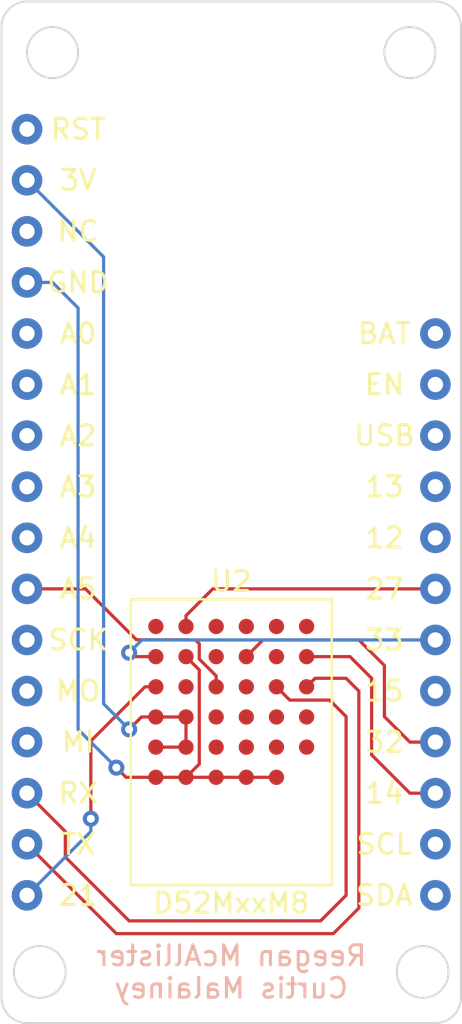
<source format=kicad_pcb>
(kicad_pcb (version 20171130) (host pcbnew "(5.0.2)-1")

  (general
    (thickness 1.6)
    (drawings 13)
    (tracks 82)
    (zones 0)
    (modules 2)
    (nets 46)
  )

  (page A4)
  (layers
    (0 F.Cu signal)
    (31 B.Cu signal)
    (32 B.Adhes user)
    (33 F.Adhes user)
    (34 B.Paste user)
    (35 F.Paste user)
    (36 B.SilkS user)
    (37 F.SilkS user)
    (38 B.Mask user)
    (39 F.Mask user)
    (40 Dwgs.User user hide)
    (41 Cmts.User user)
    (42 Eco1.User user)
    (43 Eco2.User user)
    (44 Edge.Cuts user)
    (45 Margin user)
    (46 B.CrtYd user)
    (47 F.CrtYd user)
    (48 B.Fab user)
    (49 F.Fab user)
  )

  (setup
    (last_trace_width 0.16)
    (trace_clearance 0.2)
    (zone_clearance 0.508)
    (zone_45_only no)
    (trace_min 0.16)
    (segment_width 0.2)
    (edge_width 0.1)
    (via_size 0.8)
    (via_drill 0.4)
    (via_min_size 0.4)
    (via_min_drill 0.3)
    (uvia_size 0.3)
    (uvia_drill 0.1)
    (uvias_allowed no)
    (uvia_min_size 0.2)
    (uvia_min_drill 0.1)
    (pcb_text_width 0.3)
    (pcb_text_size 1.5 1.5)
    (mod_edge_width 0.15)
    (mod_text_size 1 1)
    (mod_text_width 0.15)
    (pad_size 1.5 1.5)
    (pad_drill 0.6)
    (pad_to_mask_clearance 0)
    (solder_mask_min_width 0.25)
    (aux_axis_origin 0 0)
    (visible_elements 7FFFFFFF)
    (pcbplotparams
      (layerselection 0x010fc_ffffffff)
      (usegerberextensions false)
      (usegerberattributes false)
      (usegerberadvancedattributes false)
      (creategerberjobfile false)
      (excludeedgelayer true)
      (linewidth 0.100000)
      (plotframeref false)
      (viasonmask false)
      (mode 1)
      (useauxorigin false)
      (hpglpennumber 1)
      (hpglpenspeed 20)
      (hpglpendiameter 15.000000)
      (psnegative false)
      (psa4output false)
      (plotreference true)
      (plotvalue true)
      (plotinvisibletext false)
      (padsonsilk false)
      (subtractmaskfromsilk false)
      (outputformat 1)
      (mirror false)
      (drillshape 0)
      (scaleselection 1)
      (outputdirectory "new3"))
  )

  (net 0 "")
  (net 1 "Net-(U1-Pad4)")
  (net 2 "Net-(U1-Pad5)")
  (net 3 "Net-(U1-Pad6)")
  (net 4 "Net-(U1-Pad8)")
  (net 5 "Net-(U1-Pad9)")
  (net 6 "Net-(U1-Pad10)")
  (net 7 "Net-(U1-Pad11)")
  (net 8 "Net-(U1-Pad12)")
  (net 9 "Net-(U1-Pad14)")
  (net 10 "Net-(U1-Pad16)")
  (net 11 "Net-(U1-Pad17)")
  (net 12 "Net-(U1-Pad18)")
  (net 13 /BR3)
  (net 14 /BR1)
  (net 15 "Net-(U1-Pad21)")
  (net 16 /RESET)
  (net 17 /SLEEP)
  (net 18 "Net-(U1-Pad24)")
  (net 19 "Net-(U1-Pad25)")
  (net 20 "Net-(U1-Pad26)")
  (net 21 "Net-(U1-Pad27)")
  (net 22 "Net-(U1-Pad28)")
  (net 23 "Net-(U2-PadB1)")
  (net 24 "Net-(U2-PadC1)")
  (net 25 /RXD0)
  (net 26 "Net-(U2-PadF1)")
  (net 27 /GND)
  (net 28 "Net-(U2-PadB2)")
  (net 29 "Net-(U2-PadC2)")
  (net 30 /TXD0)
  (net 31 "Net-(U2-PadE2)")
  (net 32 "Net-(U2-PadF2)")
  (net 33 "Net-(U2-PadB3)")
  (net 34 "Net-(U2-PadC3)")
  (net 35 "Net-(U2-PadD3)")
  (net 36 "Net-(U2-PadF3)")
  (net 37 "Net-(U2-PadB4)")
  (net 38 "Net-(U2-PadC4)")
  (net 39 /SUSPEND)
  (net 40 "Net-(U2-PadE4)")
  (net 41 "Net-(U2-PadF4)")
  (net 42 /3V3)
  (net 43 "Net-(U2-PadD5)")
  (net 44 /BR2)
  (net 45 "Net-(U2-PadF6)")

  (net_class Default "This is the default net class."
    (clearance 0.2)
    (trace_width 0.16)
    (via_dia 0.8)
    (via_drill 0.4)
    (uvia_dia 0.3)
    (uvia_drill 0.1)
    (add_net /3V3)
    (add_net /BR1)
    (add_net /BR2)
    (add_net /BR3)
    (add_net /GND)
    (add_net /RESET)
    (add_net /RXD0)
    (add_net /SLEEP)
    (add_net /SUSPEND)
    (add_net /TXD0)
    (add_net "Net-(U1-Pad10)")
    (add_net "Net-(U1-Pad11)")
    (add_net "Net-(U1-Pad12)")
    (add_net "Net-(U1-Pad14)")
    (add_net "Net-(U1-Pad16)")
    (add_net "Net-(U1-Pad17)")
    (add_net "Net-(U1-Pad18)")
    (add_net "Net-(U1-Pad21)")
    (add_net "Net-(U1-Pad24)")
    (add_net "Net-(U1-Pad25)")
    (add_net "Net-(U1-Pad26)")
    (add_net "Net-(U1-Pad27)")
    (add_net "Net-(U1-Pad28)")
    (add_net "Net-(U1-Pad4)")
    (add_net "Net-(U1-Pad5)")
    (add_net "Net-(U1-Pad6)")
    (add_net "Net-(U1-Pad8)")
    (add_net "Net-(U1-Pad9)")
    (add_net "Net-(U2-PadB1)")
    (add_net "Net-(U2-PadB2)")
    (add_net "Net-(U2-PadB3)")
    (add_net "Net-(U2-PadB4)")
    (add_net "Net-(U2-PadC1)")
    (add_net "Net-(U2-PadC2)")
    (add_net "Net-(U2-PadC3)")
    (add_net "Net-(U2-PadC4)")
    (add_net "Net-(U2-PadD3)")
    (add_net "Net-(U2-PadD5)")
    (add_net "Net-(U2-PadE2)")
    (add_net "Net-(U2-PadE4)")
    (add_net "Net-(U2-PadF1)")
    (add_net "Net-(U2-PadF2)")
    (add_net "Net-(U2-PadF3)")
    (add_net "Net-(U2-PadF4)")
    (add_net "Net-(U2-PadF6)")
  )

  (module RF_Module:Garmin_M8-35_9.8x14.0mm_Layout6x6_P1.5mm (layer F.Cu) (tedit 5CB21BB8) (tstamp 5C976162)
    (at 0 -10.16 180)
    (descr "D52M ANT SoC Module https://www.thisisant.com/assets/resources/D00001687_D52_Module_Datasheet.v.2.3_(Garmin).pdf")
    (tags "RF SoC Radio ANT Bluetooth BLE D52 nRF52 Garmin Canada Dynastream Nordic")
    (path /5C7FB0DE)
    (solder_mask_margin 0.000001)
    (attr smd)
    (fp_text reference U2 (at 0 8 180) (layer F.SilkS)
      (effects (font (size 1 1) (thickness 0.15)))
    )
    (fp_text value D52MxxM8 (at 0 -8 180) (layer F.SilkS)
      (effects (font (size 1 1) (thickness 0.15)))
    )
    (fp_text user KEEP-OUT (at 0 -4.4 180) (layer Cmts.User)
      (effects (font (size 1 1) (thickness 0.15)))
    )
    (fp_line (start -4.9 -1.35) (end -4.1 -1.75) (layer F.Fab) (width 0.1))
    (fp_line (start -4.9 -2.15) (end -4.1 -1.75) (layer F.Fab) (width 0.1))
    (fp_line (start 5 -7.1) (end -5 -7.1) (layer F.SilkS) (width 0.12))
    (fp_line (start 5 7.1) (end 5 -7.1) (layer F.SilkS) (width 0.12))
    (fp_line (start -5 7.1) (end 5 7.1) (layer F.SilkS) (width 0.12))
    (fp_line (start -5 -7.1) (end -5 7.1) (layer F.SilkS) (width 0.12))
    (fp_text user COPPER (at 0 -6.1 180) (layer Cmts.User)
      (effects (font (size 1 1) (thickness 0.15)))
    )
    (fp_line (start 4.9 -3.2) (end 4.3 -2.6) (layer Dwgs.User) (width 0.1))
    (fp_line (start 4.9 -4) (end 3.5 -2.6) (layer Dwgs.User) (width 0.1))
    (fp_line (start 4.9 -4.8) (end 2.7 -2.6) (layer Dwgs.User) (width 0.1))
    (fp_line (start 4.9 -5.6) (end 1.9 -2.6) (layer Dwgs.User) (width 0.1))
    (fp_line (start 4.9 -6.4) (end 1.1 -2.6) (layer Dwgs.User) (width 0.1))
    (fp_line (start 4.7 -7) (end 0.3 -2.6) (layer Dwgs.User) (width 0.1))
    (fp_line (start 3.9 -7) (end -0.5 -2.6) (layer Dwgs.User) (width 0.1))
    (fp_line (start 3.1 -7) (end -1.3 -2.6) (layer Dwgs.User) (width 0.1))
    (fp_line (start 2.3 -7) (end -2.1 -2.6) (layer Dwgs.User) (width 0.1))
    (fp_line (start 1.5 -7) (end -2.9 -2.6) (layer Dwgs.User) (width 0.1))
    (fp_line (start 0.7 -7) (end -3.7 -2.6) (layer Dwgs.User) (width 0.1))
    (fp_line (start -4.5 -2.6) (end -0.1 -7) (layer Dwgs.User) (width 0.1))
    (fp_line (start -4.9 -3) (end -0.9 -7) (layer Dwgs.User) (width 0.1))
    (fp_line (start -4.9 -3.8) (end -1.7 -7) (layer Dwgs.User) (width 0.1))
    (fp_line (start -4.9 -4.6) (end -2.5 -7) (layer Dwgs.User) (width 0.1))
    (fp_line (start -4.9 -5.4) (end -3.3 -7) (layer Dwgs.User) (width 0.1))
    (fp_line (start -4.9 -6.2) (end -4.1 -7) (layer Dwgs.User) (width 0.1))
    (fp_line (start -4.9 -7) (end -4.9 -2.625) (layer Dwgs.User) (width 0.1))
    (fp_line (start 4.9 -7) (end -4.9 -7) (layer Dwgs.User) (width 0.1))
    (fp_line (start 4.9 -2.6) (end 4.9 -7) (layer Dwgs.User) (width 0.1))
    (fp_line (start -4.9 -2.6) (end 4.9 -2.6) (layer Dwgs.User) (width 0.1))
    (fp_line (start 5.15 7.25) (end -5.15 7.25) (layer F.CrtYd) (width 0.05))
    (fp_line (start -5.15 -7.25) (end 5.15 -7.25) (layer F.CrtYd) (width 0.05))
    (fp_line (start -5.15 7.25) (end -5.15 -7.25) (layer F.CrtYd) (width 0.05))
    (fp_line (start 5.15 -7.25) (end 5.15 7.25) (layer F.CrtYd) (width 0.05))
    (fp_poly (pts (xy 3.32 6.18) (xy 3.32 5.815) (xy 3.685 5.815) (xy 3.685 6.18)) (layer F.Paste) (width 0))
    (fp_poly (pts (xy 3.32 4.68) (xy 3.32 4.315) (xy 3.685 4.315) (xy 3.685 4.68)) (layer F.Paste) (width 0))
    (fp_poly (pts (xy 3.32 3.18) (xy 3.32 2.815) (xy 3.685 2.815) (xy 3.685 3.18)) (layer F.Paste) (width 0))
    (fp_poly (pts (xy 3.32 1.68) (xy 3.32 1.315) (xy 3.685 1.315) (xy 3.685 1.68)) (layer F.Paste) (width 0))
    (fp_poly (pts (xy 3.32 0.18) (xy 3.32 -0.185) (xy 3.685 -0.185) (xy 3.685 0.18)) (layer F.Paste) (width 0))
    (fp_poly (pts (xy 3.32 -1.32) (xy 3.32 -1.685) (xy 3.685 -1.685) (xy 3.685 -1.32)) (layer F.Paste) (width 0))
    (fp_poly (pts (xy 1.82 6.18) (xy 1.82 5.815) (xy 2.185 5.815) (xy 2.185 6.18)) (layer F.Paste) (width 0))
    (fp_poly (pts (xy 1.82 4.68) (xy 1.82 4.315) (xy 2.185 4.315) (xy 2.185 4.68)) (layer F.Paste) (width 0))
    (fp_poly (pts (xy 1.82 3.18) (xy 1.82 2.815) (xy 2.185 2.815) (xy 2.185 3.18)) (layer F.Paste) (width 0))
    (fp_poly (pts (xy 1.82 1.68) (xy 1.82 1.315) (xy 2.185 1.315) (xy 2.185 1.68)) (layer F.Paste) (width 0))
    (fp_poly (pts (xy 1.82 0.18) (xy 1.82 -0.185) (xy 2.185 -0.185) (xy 2.185 0.18)) (layer F.Paste) (width 0))
    (fp_poly (pts (xy 1.82 -1.32) (xy 1.82 -1.685) (xy 2.185 -1.685) (xy 2.185 -1.32)) (layer F.Paste) (width 0))
    (fp_poly (pts (xy 0.32 6.18) (xy 0.32 5.815) (xy 0.685 5.815) (xy 0.685 6.18)) (layer F.Paste) (width 0))
    (fp_poly (pts (xy 0.32 4.68) (xy 0.32 4.315) (xy 0.685 4.315) (xy 0.685 4.68)) (layer F.Paste) (width 0))
    (fp_poly (pts (xy 0.32 3.18) (xy 0.32 2.815) (xy 0.685 2.815) (xy 0.685 3.18)) (layer F.Paste) (width 0))
    (fp_poly (pts (xy 0.32 1.68) (xy 0.32 1.315) (xy 0.685 1.315) (xy 0.685 1.68)) (layer F.Paste) (width 0))
    (fp_poly (pts (xy 0.32 0.18) (xy 0.32 -0.185) (xy 0.685 -0.185) (xy 0.685 0.18)) (layer F.Paste) (width 0))
    (fp_poly (pts (xy 0.32 -1.32) (xy 0.32 -1.685) (xy 0.685 -1.685) (xy 0.685 -1.32)) (layer F.Paste) (width 0))
    (fp_poly (pts (xy -1.18 6.18) (xy -1.18 5.815) (xy -0.815 5.815) (xy -0.815 6.18)) (layer F.Paste) (width 0))
    (fp_poly (pts (xy -1.18 4.68) (xy -1.18 4.315) (xy -0.815 4.315) (xy -0.815 4.68)) (layer F.Paste) (width 0))
    (fp_poly (pts (xy -1.18 3.18) (xy -1.18 2.815) (xy -0.815 2.815) (xy -0.815 3.18)) (layer F.Paste) (width 0))
    (fp_poly (pts (xy -1.18 1.68) (xy -1.18 1.315) (xy -0.815 1.315) (xy -0.815 1.68)) (layer F.Paste) (width 0))
    (fp_poly (pts (xy -1.18 0.18) (xy -1.18 -0.185) (xy -0.815 -0.185) (xy -0.815 0.18)) (layer F.Paste) (width 0))
    (fp_poly (pts (xy -1.18 -1.32) (xy -1.18 -1.685) (xy -0.815 -1.685) (xy -0.815 -1.32)) (layer F.Paste) (width 0))
    (fp_poly (pts (xy -2.68 6.18) (xy -2.68 5.815) (xy -2.315 5.815) (xy -2.315 6.18)) (layer F.Paste) (width 0))
    (fp_poly (pts (xy -2.68 4.68) (xy -2.68 4.315) (xy -2.315 4.315) (xy -2.315 4.68)) (layer F.Paste) (width 0))
    (fp_poly (pts (xy -2.68 3.18) (xy -2.68 2.815) (xy -2.315 2.815) (xy -2.315 3.18)) (layer F.Paste) (width 0))
    (fp_poly (pts (xy -2.68 1.68) (xy -2.68 1.315) (xy -2.315 1.315) (xy -2.315 1.68)) (layer F.Paste) (width 0))
    (fp_poly (pts (xy -2.68 0.18) (xy -2.68 -0.185) (xy -2.315 -0.185) (xy -2.315 0.18)) (layer F.Paste) (width 0))
    (fp_poly (pts (xy -2.68 -1.32) (xy -2.68 -1.685) (xy -2.315 -1.685) (xy -2.315 -1.32)) (layer F.Paste) (width 0))
    (fp_poly (pts (xy -4.18 6.18) (xy -4.18 5.815) (xy -3.815 5.815) (xy -3.815 6.18)) (layer F.Paste) (width 0))
    (fp_poly (pts (xy -4.18 4.68) (xy -4.18 4.315) (xy -3.815 4.315) (xy -3.815 4.68)) (layer F.Paste) (width 0))
    (fp_poly (pts (xy -4.18 3.18) (xy -4.18 2.815) (xy -3.815 2.815) (xy -3.815 3.18)) (layer F.Paste) (width 0))
    (fp_poly (pts (xy -4.18 1.68) (xy -4.18 1.315) (xy -3.815 1.315) (xy -3.815 1.68)) (layer F.Paste) (width 0))
    (fp_poly (pts (xy -4.18 0.18) (xy -4.18 -0.185) (xy -3.815 -0.185) (xy -3.815 0.18)) (layer F.Paste) (width 0))
    (fp_poly (pts (xy 3.815 6.18) (xy 3.815 5.815) (xy 4.18 5.815) (xy 4.18 6.18)) (layer F.Paste) (width 0))
    (fp_poly (pts (xy 3.815 4.68) (xy 3.815 4.315) (xy 4.18 4.315) (xy 4.18 4.68)) (layer F.Paste) (width 0))
    (fp_poly (pts (xy 3.815 3.18) (xy 3.815 2.815) (xy 4.18 2.815) (xy 4.18 3.18)) (layer F.Paste) (width 0))
    (fp_poly (pts (xy 3.815 1.68) (xy 3.815 1.315) (xy 4.18 1.315) (xy 4.18 1.68)) (layer F.Paste) (width 0))
    (fp_poly (pts (xy 3.815 0.18) (xy 3.815 -0.185) (xy 4.18 -0.185) (xy 4.18 0.18)) (layer F.Paste) (width 0))
    (fp_poly (pts (xy 3.815 -1.32) (xy 3.815 -1.685) (xy 4.18 -1.685) (xy 4.18 -1.32)) (layer F.Paste) (width 0))
    (fp_poly (pts (xy 2.315 6.18) (xy 2.315 5.815) (xy 2.68 5.815) (xy 2.68 6.18)) (layer F.Paste) (width 0))
    (fp_poly (pts (xy 2.315 4.68) (xy 2.315 4.315) (xy 2.68 4.315) (xy 2.68 4.68)) (layer F.Paste) (width 0))
    (fp_poly (pts (xy 2.315 3.18) (xy 2.315 2.815) (xy 2.68 2.815) (xy 2.68 3.18)) (layer F.Paste) (width 0))
    (fp_poly (pts (xy 2.315 1.68) (xy 2.315 1.315) (xy 2.68 1.315) (xy 2.68 1.68)) (layer F.Paste) (width 0))
    (fp_poly (pts (xy 2.315 0.18) (xy 2.315 -0.185) (xy 2.68 -0.185) (xy 2.68 0.18)) (layer F.Paste) (width 0))
    (fp_poly (pts (xy 2.315 -1.32) (xy 2.315 -1.685) (xy 2.68 -1.685) (xy 2.68 -1.32)) (layer F.Paste) (width 0))
    (fp_poly (pts (xy 0.815 6.18) (xy 0.815 5.815) (xy 1.18 5.815) (xy 1.18 6.18)) (layer F.Paste) (width 0))
    (fp_poly (pts (xy 0.815 4.68) (xy 0.815 4.315) (xy 1.18 4.315) (xy 1.18 4.68)) (layer F.Paste) (width 0))
    (fp_poly (pts (xy 0.815 3.18) (xy 0.815 2.815) (xy 1.18 2.815) (xy 1.18 3.18)) (layer F.Paste) (width 0))
    (fp_poly (pts (xy 0.815 1.68) (xy 0.815 1.315) (xy 1.18 1.315) (xy 1.18 1.68)) (layer F.Paste) (width 0))
    (fp_poly (pts (xy 0.815 0.18) (xy 0.815 -0.185) (xy 1.18 -0.185) (xy 1.18 0.18)) (layer F.Paste) (width 0))
    (fp_poly (pts (xy 0.815 -1.32) (xy 0.815 -1.685) (xy 1.18 -1.685) (xy 1.18 -1.32)) (layer F.Paste) (width 0))
    (fp_poly (pts (xy -0.685 6.18) (xy -0.685 5.815) (xy -0.32 5.815) (xy -0.32 6.18)) (layer F.Paste) (width 0))
    (fp_poly (pts (xy -0.685 4.68) (xy -0.685 4.315) (xy -0.32 4.315) (xy -0.32 4.68)) (layer F.Paste) (width 0))
    (fp_poly (pts (xy -0.685 3.18) (xy -0.685 2.815) (xy -0.32 2.815) (xy -0.32 3.18)) (layer F.Paste) (width 0))
    (fp_poly (pts (xy -0.685 1.68) (xy -0.685 1.315) (xy -0.32 1.315) (xy -0.32 1.68)) (layer F.Paste) (width 0))
    (fp_poly (pts (xy -0.685 0.18) (xy -0.685 -0.185) (xy -0.32 -0.185) (xy -0.32 0.18)) (layer F.Paste) (width 0))
    (fp_poly (pts (xy -0.685 -1.32) (xy -0.685 -1.685) (xy -0.32 -1.685) (xy -0.32 -1.32)) (layer F.Paste) (width 0))
    (fp_poly (pts (xy -2.185 6.18) (xy -2.185 5.815) (xy -1.82 5.815) (xy -1.82 6.18)) (layer F.Paste) (width 0))
    (fp_poly (pts (xy -2.185 4.68) (xy -2.185 4.315) (xy -1.82 4.315) (xy -1.82 4.68)) (layer F.Paste) (width 0))
    (fp_poly (pts (xy -2.185 3.18) (xy -2.185 2.815) (xy -1.82 2.815) (xy -1.82 3.18)) (layer F.Paste) (width 0))
    (fp_poly (pts (xy -2.185 1.68) (xy -2.185 1.315) (xy -1.82 1.315) (xy -1.82 1.68)) (layer F.Paste) (width 0))
    (fp_poly (pts (xy -2.185 0.18) (xy -2.185 -0.185) (xy -1.82 -0.185) (xy -1.82 0.18)) (layer F.Paste) (width 0))
    (fp_poly (pts (xy -2.185 -1.32) (xy -2.185 -1.685) (xy -1.82 -1.685) (xy -1.82 -1.32)) (layer F.Paste) (width 0))
    (fp_poly (pts (xy -3.685 6.18) (xy -3.685 5.815) (xy -3.32 5.815) (xy -3.32 6.18)) (layer F.Paste) (width 0))
    (fp_poly (pts (xy -3.685 4.68) (xy -3.685 4.315) (xy -3.32 4.315) (xy -3.32 4.68)) (layer F.Paste) (width 0))
    (fp_poly (pts (xy -3.685 3.18) (xy -3.685 2.815) (xy -3.32 2.815) (xy -3.32 3.18)) (layer F.Paste) (width 0))
    (fp_poly (pts (xy -3.685 1.68) (xy -3.685 1.315) (xy -3.32 1.315) (xy -3.32 1.68)) (layer F.Paste) (width 0))
    (fp_poly (pts (xy -3.685 0.18) (xy -3.685 -0.185) (xy -3.32 -0.185) (xy -3.32 0.18)) (layer F.Paste) (width 0))
    (fp_poly (pts (xy 3.815 5.685) (xy 3.815 5.32) (xy 4.18 5.32) (xy 4.18 5.685)) (layer F.Paste) (width 0))
    (fp_poly (pts (xy 3.815 4.185) (xy 3.815 3.82) (xy 4.18 3.82) (xy 4.18 4.185)) (layer F.Paste) (width 0))
    (fp_poly (pts (xy 3.815 2.685) (xy 3.815 2.32) (xy 4.18 2.32) (xy 4.18 2.685)) (layer F.Paste) (width 0))
    (fp_poly (pts (xy 3.815 1.185) (xy 3.815 0.82) (xy 4.18 0.82) (xy 4.18 1.185)) (layer F.Paste) (width 0))
    (fp_poly (pts (xy 3.815 -0.315) (xy 3.815 -0.68) (xy 4.18 -0.68) (xy 4.18 -0.315)) (layer F.Paste) (width 0))
    (fp_poly (pts (xy 3.815 -1.815) (xy 3.815 -2.18) (xy 4.18 -2.18) (xy 4.18 -1.815)) (layer F.Paste) (width 0))
    (fp_poly (pts (xy 2.315 5.685) (xy 2.315 5.32) (xy 2.68 5.32) (xy 2.68 5.685)) (layer F.Paste) (width 0))
    (fp_poly (pts (xy 2.315 4.185) (xy 2.315 3.82) (xy 2.68 3.82) (xy 2.68 4.185)) (layer F.Paste) (width 0))
    (fp_poly (pts (xy 2.315 2.685) (xy 2.315 2.32) (xy 2.68 2.32) (xy 2.68 2.685)) (layer F.Paste) (width 0))
    (fp_poly (pts (xy 2.315 1.185) (xy 2.315 0.82) (xy 2.68 0.82) (xy 2.68 1.185)) (layer F.Paste) (width 0))
    (fp_poly (pts (xy 2.315 -0.315) (xy 2.315 -0.68) (xy 2.68 -0.68) (xy 2.68 -0.315)) (layer F.Paste) (width 0))
    (fp_poly (pts (xy 2.315 -1.815) (xy 2.315 -2.18) (xy 2.68 -2.18) (xy 2.68 -1.815)) (layer F.Paste) (width 0))
    (fp_poly (pts (xy 0.815 5.685) (xy 0.815 5.32) (xy 1.18 5.32) (xy 1.18 5.685)) (layer F.Paste) (width 0))
    (fp_poly (pts (xy 0.815 4.185) (xy 0.815 3.82) (xy 1.18 3.82) (xy 1.18 4.185)) (layer F.Paste) (width 0))
    (fp_poly (pts (xy 0.815 2.685) (xy 0.815 2.32) (xy 1.18 2.32) (xy 1.18 2.685)) (layer F.Paste) (width 0))
    (fp_poly (pts (xy 0.815 1.185) (xy 0.815 0.82) (xy 1.18 0.82) (xy 1.18 1.185)) (layer F.Paste) (width 0))
    (fp_poly (pts (xy 0.815 -0.315) (xy 0.815 -0.68) (xy 1.18 -0.68) (xy 1.18 -0.315)) (layer F.Paste) (width 0))
    (fp_poly (pts (xy 0.815 -1.815) (xy 0.815 -2.18) (xy 1.18 -2.18) (xy 1.18 -1.815)) (layer F.Paste) (width 0))
    (fp_poly (pts (xy -0.685 5.685) (xy -0.685 5.32) (xy -0.32 5.32) (xy -0.32 5.685)) (layer F.Paste) (width 0))
    (fp_poly (pts (xy -0.685 4.185) (xy -0.685 3.82) (xy -0.32 3.82) (xy -0.32 4.185)) (layer F.Paste) (width 0))
    (fp_poly (pts (xy -0.685 2.685) (xy -0.685 2.32) (xy -0.32 2.32) (xy -0.32 2.685)) (layer F.Paste) (width 0))
    (fp_poly (pts (xy -0.685 1.185) (xy -0.685 0.82) (xy -0.32 0.82) (xy -0.32 1.185)) (layer F.Paste) (width 0))
    (fp_poly (pts (xy -0.685 -0.315) (xy -0.685 -0.68) (xy -0.32 -0.68) (xy -0.32 -0.315)) (layer F.Paste) (width 0))
    (fp_poly (pts (xy -0.685 -1.815) (xy -0.685 -2.18) (xy -0.32 -2.18) (xy -0.32 -1.815)) (layer F.Paste) (width 0))
    (fp_poly (pts (xy -2.185 5.685) (xy -2.185 5.32) (xy -1.82 5.32) (xy -1.82 5.685)) (layer F.Paste) (width 0))
    (fp_poly (pts (xy -2.185 4.185) (xy -2.185 3.82) (xy -1.82 3.82) (xy -1.82 4.185)) (layer F.Paste) (width 0))
    (fp_poly (pts (xy -2.185 2.685) (xy -2.185 2.32) (xy -1.82 2.32) (xy -1.82 2.685)) (layer F.Paste) (width 0))
    (fp_poly (pts (xy -2.185 1.185) (xy -2.185 0.82) (xy -1.82 0.82) (xy -1.82 1.185)) (layer F.Paste) (width 0))
    (fp_poly (pts (xy -2.185 -0.315) (xy -2.185 -0.68) (xy -1.82 -0.68) (xy -1.82 -0.315)) (layer F.Paste) (width 0))
    (fp_poly (pts (xy -2.185 -1.815) (xy -2.185 -2.18) (xy -1.82 -2.18) (xy -1.82 -1.815)) (layer F.Paste) (width 0))
    (fp_poly (pts (xy -3.685 5.685) (xy -3.685 5.32) (xy -3.32 5.32) (xy -3.32 5.685)) (layer F.Paste) (width 0))
    (fp_poly (pts (xy -3.685 4.185) (xy -3.685 3.82) (xy -3.32 3.82) (xy -3.32 4.185)) (layer F.Paste) (width 0))
    (fp_poly (pts (xy -3.685 2.685) (xy -3.685 2.32) (xy -3.32 2.32) (xy -3.32 2.685)) (layer F.Paste) (width 0))
    (fp_poly (pts (xy -3.685 1.185) (xy -3.685 0.82) (xy -3.32 0.82) (xy -3.32 1.185)) (layer F.Paste) (width 0))
    (fp_poly (pts (xy -3.685 -0.315) (xy -3.685 -0.68) (xy -3.32 -0.68) (xy -3.32 -0.315)) (layer F.Paste) (width 0))
    (fp_poly (pts (xy 3.32 5.685) (xy 3.32 5.32) (xy 3.685 5.32) (xy 3.685 5.685)) (layer F.Paste) (width 0))
    (fp_poly (pts (xy 3.32 4.185) (xy 3.32 3.82) (xy 3.685 3.82) (xy 3.685 4.185)) (layer F.Paste) (width 0))
    (fp_poly (pts (xy 3.32 2.685) (xy 3.32 2.32) (xy 3.685 2.32) (xy 3.685 2.685)) (layer F.Paste) (width 0))
    (fp_poly (pts (xy 3.32 1.185) (xy 3.32 0.82) (xy 3.685 0.82) (xy 3.685 1.185)) (layer F.Paste) (width 0))
    (fp_poly (pts (xy 3.32 -0.315) (xy 3.32 -0.68) (xy 3.685 -0.68) (xy 3.685 -0.315)) (layer F.Paste) (width 0))
    (fp_poly (pts (xy 3.32 -1.815) (xy 3.32 -2.18) (xy 3.685 -2.18) (xy 3.685 -1.815)) (layer F.Paste) (width 0))
    (fp_poly (pts (xy 1.82 5.685) (xy 1.82 5.32) (xy 2.185 5.32) (xy 2.185 5.685)) (layer F.Paste) (width 0))
    (fp_poly (pts (xy 1.82 4.185) (xy 1.82 3.82) (xy 2.185 3.82) (xy 2.185 4.185)) (layer F.Paste) (width 0))
    (fp_poly (pts (xy 1.82 2.685) (xy 1.82 2.32) (xy 2.185 2.32) (xy 2.185 2.685)) (layer F.Paste) (width 0))
    (fp_poly (pts (xy 1.82 1.185) (xy 1.82 0.82) (xy 2.185 0.82) (xy 2.185 1.185)) (layer F.Paste) (width 0))
    (fp_poly (pts (xy 1.82 -0.315) (xy 1.82 -0.68) (xy 2.185 -0.68) (xy 2.185 -0.315)) (layer F.Paste) (width 0))
    (fp_poly (pts (xy 1.82 -1.815) (xy 1.82 -2.18) (xy 2.185 -2.18) (xy 2.185 -1.815)) (layer F.Paste) (width 0))
    (fp_poly (pts (xy 0.32 5.685) (xy 0.32 5.32) (xy 0.685 5.32) (xy 0.685 5.685)) (layer F.Paste) (width 0))
    (fp_poly (pts (xy 0.32 4.185) (xy 0.32 3.82) (xy 0.685 3.82) (xy 0.685 4.185)) (layer F.Paste) (width 0))
    (fp_poly (pts (xy 0.32 2.685) (xy 0.32 2.32) (xy 0.685 2.32) (xy 0.685 2.685)) (layer F.Paste) (width 0))
    (fp_poly (pts (xy 0.32 1.185) (xy 0.32 0.82) (xy 0.685 0.82) (xy 0.685 1.185)) (layer F.Paste) (width 0))
    (fp_poly (pts (xy 0.32 -0.315) (xy 0.32 -0.68) (xy 0.685 -0.68) (xy 0.685 -0.315)) (layer F.Paste) (width 0))
    (fp_poly (pts (xy 0.32 -1.815) (xy 0.32 -2.18) (xy 0.685 -2.18) (xy 0.685 -1.815)) (layer F.Paste) (width 0))
    (fp_poly (pts (xy -1.18 5.685) (xy -1.18 5.32) (xy -0.815 5.32) (xy -0.815 5.685)) (layer F.Paste) (width 0))
    (fp_poly (pts (xy -1.18 4.185) (xy -1.18 3.82) (xy -0.815 3.82) (xy -0.815 4.185)) (layer F.Paste) (width 0))
    (fp_poly (pts (xy -1.18 2.685) (xy -1.18 2.32) (xy -0.815 2.32) (xy -0.815 2.685)) (layer F.Paste) (width 0))
    (fp_poly (pts (xy -1.18 1.185) (xy -1.18 0.82) (xy -0.815 0.82) (xy -0.815 1.185)) (layer F.Paste) (width 0))
    (fp_poly (pts (xy -1.18 -0.315) (xy -1.18 -0.68) (xy -0.815 -0.68) (xy -0.815 -0.315)) (layer F.Paste) (width 0))
    (fp_poly (pts (xy -1.18 -1.815) (xy -1.18 -2.18) (xy -0.815 -2.18) (xy -0.815 -1.815)) (layer F.Paste) (width 0))
    (fp_poly (pts (xy -2.68 5.685) (xy -2.68 5.32) (xy -2.315 5.32) (xy -2.315 5.685)) (layer F.Paste) (width 0))
    (fp_poly (pts (xy -2.68 4.185) (xy -2.68 3.82) (xy -2.315 3.82) (xy -2.315 4.185)) (layer F.Paste) (width 0))
    (fp_poly (pts (xy -2.68 2.685) (xy -2.68 2.32) (xy -2.315 2.32) (xy -2.315 2.685)) (layer F.Paste) (width 0))
    (fp_poly (pts (xy -2.68 1.185) (xy -2.68 0.82) (xy -2.315 0.82) (xy -2.315 1.185)) (layer F.Paste) (width 0))
    (fp_poly (pts (xy -2.68 -0.315) (xy -2.68 -0.68) (xy -2.315 -0.68) (xy -2.315 -0.315)) (layer F.Paste) (width 0))
    (fp_poly (pts (xy -2.68 -1.815) (xy -2.68 -2.18) (xy -2.315 -2.18) (xy -2.315 -1.815)) (layer F.Paste) (width 0))
    (fp_poly (pts (xy -4.18 5.685) (xy -4.18 5.32) (xy -3.815 5.32) (xy -3.815 5.685)) (layer F.Paste) (width 0))
    (fp_poly (pts (xy -4.18 4.185) (xy -4.18 3.82) (xy -3.815 3.82) (xy -3.815 4.185)) (layer F.Paste) (width 0))
    (fp_poly (pts (xy -4.18 2.685) (xy -4.18 2.32) (xy -3.815 2.32) (xy -3.815 2.685)) (layer F.Paste) (width 0))
    (fp_poly (pts (xy -4.18 1.185) (xy -4.18 0.82) (xy -3.815 0.82) (xy -3.815 1.185)) (layer F.Paste) (width 0))
    (fp_poly (pts (xy -4.18 -0.315) (xy -4.18 -0.68) (xy -3.815 -0.68) (xy -3.815 -0.315)) (layer F.Paste) (width 0))
    (fp_text user %R (at 0 0 180) (layer F.Fab)
      (effects (font (size 1 1) (thickness 0.15)))
    )
    (fp_line (start -4.9 -2.6) (end 4.9 -2.6) (layer F.Fab) (width 0.1))
    (fp_line (start 4.9 -7) (end 4.9 7) (layer F.Fab) (width 0.1))
    (fp_line (start -4.9 7) (end -4.9 -7) (layer F.Fab) (width 0.1))
    (fp_line (start 4.9 7) (end -4.9 7) (layer F.Fab) (width 0.1))
    (fp_line (start -4.9 -7) (end 4.9 -7) (layer F.Fab) (width 0.1))
    (pad F6 smd circle (at 3.75 5.75 180) (size 0.762 0.762) (layers F.Cu F.Mask)
      (net 45 "Net-(U2-PadF6)"))
    (pad E6 smd circle (at 3.75 4.25 180) (size 0.762 0.762) (layers F.Cu F.Mask)
      (net 16 /RESET))
    (pad D6 smd circle (at 3.75 2.75 180) (size 0.762 0.762) (layers F.Cu F.Mask)
      (net 44 /BR2))
    (pad C6 smd circle (at 3.75 1.25 180) (size 0.762 0.762) (layers F.Cu F.Mask)
      (net 42 /3V3))
    (pad B6 smd circle (at 3.75 -0.25 180) (size 0.762 0.762) (layers F.Cu F.Mask)
      (net 42 /3V3))
    (pad A6 smd circle (at 3.75 -1.75 180) (size 0.762 0.762) (layers F.Cu F.Mask)
      (net 27 /GND))
    (pad F5 smd circle (at 2.25 5.75 180) (size 0.762 0.762) (layers F.Cu F.Mask)
      (net 17 /SLEEP))
    (pad E5 smd circle (at 2.25 4.25 180) (size 0.762 0.762) (layers F.Cu F.Mask)
      (net 27 /GND))
    (pad D5 smd circle (at 2.25 2.75 180) (size 0.762 0.762) (layers F.Cu F.Mask)
      (net 43 "Net-(U2-PadD5)"))
    (pad C5 smd circle (at 2.25 1.25 180) (size 0.762 0.762) (layers F.Cu F.Mask)
      (net 42 /3V3))
    (pad B5 smd circle (at 2.25 -0.25 180) (size 0.762 0.762) (layers F.Cu F.Mask)
      (net 42 /3V3))
    (pad A5 smd circle (at 2.25 -1.75 180) (size 0.762 0.762) (layers F.Cu F.Mask)
      (net 27 /GND))
    (pad F4 smd circle (at 0.75 5.75 180) (size 0.762 0.762) (layers F.Cu F.Mask)
      (net 41 "Net-(U2-PadF4)"))
    (pad E4 smd circle (at 0.75 4.25 180) (size 0.762 0.762) (layers F.Cu F.Mask)
      (net 40 "Net-(U2-PadE4)"))
    (pad D4 smd circle (at 0.75 2.75 180) (size 0.762 0.762) (layers F.Cu F.Mask)
      (net 39 /SUSPEND))
    (pad C4 smd circle (at 0.75 1.25 180) (size 0.762 0.762) (layers F.Cu F.Mask)
      (net 38 "Net-(U2-PadC4)"))
    (pad B4 smd circle (at 0.75 -0.25 180) (size 0.762 0.762) (layers F.Cu F.Mask)
      (net 37 "Net-(U2-PadB4)"))
    (pad A4 smd circle (at 0.75 -1.75 180) (size 0.762 0.762) (layers F.Cu F.Mask)
      (net 27 /GND))
    (pad F3 smd circle (at -0.75 5.75 180) (size 0.762 0.762) (layers F.Cu F.Mask)
      (net 36 "Net-(U2-PadF3)"))
    (pad E3 smd circle (at -0.75 4.25 180) (size 0.762 0.762) (layers F.Cu F.Mask)
      (net 14 /BR1))
    (pad D3 smd circle (at -0.75 2.75 180) (size 0.762 0.762) (layers F.Cu F.Mask)
      (net 35 "Net-(U2-PadD3)"))
    (pad C3 smd circle (at -0.75 1.25 180) (size 0.762 0.762) (layers F.Cu F.Mask)
      (net 34 "Net-(U2-PadC3)"))
    (pad B3 smd circle (at -0.75 -0.25 180) (size 0.762 0.762) (layers F.Cu F.Mask)
      (net 33 "Net-(U2-PadB3)"))
    (pad A3 smd circle (at -0.75 -1.75 180) (size 0.762 0.762) (layers F.Cu F.Mask)
      (net 27 /GND))
    (pad F2 smd circle (at -2.25 5.75 180) (size 0.762 0.762) (layers F.Cu F.Mask)
      (net 32 "Net-(U2-PadF2)"))
    (pad E2 smd circle (at -2.25 4.25 180) (size 0.762 0.762) (layers F.Cu F.Mask)
      (net 31 "Net-(U2-PadE2)"))
    (pad D2 smd circle (at -2.25 2.75 180) (size 0.762 0.762) (layers F.Cu F.Mask)
      (net 30 /TXD0))
    (pad C2 smd circle (at -2.25 1.25 180) (size 0.762 0.762) (layers F.Cu F.Mask)
      (net 29 "Net-(U2-PadC2)"))
    (pad B2 smd circle (at -2.25 -0.25 180) (size 0.762 0.762) (layers F.Cu F.Mask)
      (net 28 "Net-(U2-PadB2)"))
    (pad A2 smd circle (at -2.25 -1.75 180) (size 0.762 0.762) (layers F.Cu F.Mask)
      (net 27 /GND))
    (pad F1 smd circle (at -3.75 5.75 180) (size 0.762 0.762) (layers F.Cu F.Mask)
      (net 26 "Net-(U2-PadF1)"))
    (pad E1 smd circle (at -3.75 4.25 180) (size 0.762 0.762) (layers F.Cu F.Mask)
      (net 13 /BR3))
    (pad D1 smd circle (at -3.75 2.75 180) (size 0.762 0.762) (layers F.Cu F.Mask)
      (net 25 /RXD0))
    (pad C1 smd circle (at -3.75 1.25 180) (size 0.762 0.762) (layers F.Cu F.Mask)
      (net 24 "Net-(U2-PadC1)"))
    (pad B1 smd circle (at -3.75 -0.25 180) (size 0.762 0.762) (layers F.Cu F.Mask)
      (net 23 "Net-(U2-PadB1)"))
    (model ${KISYS3DMOD}/RF_Module.3dshapes/Garmin_M8-35_9.8x14.0mm_Layout6x6_P1.5mm.wrl
      (at (xyz 0 0 0))
      (scale (xyz 1 1 1))
      (rotate (xyz 0 0 0))
    )
  )

  (module ESP32FEATHER:ESP32FEATHER (layer F.Cu) (tedit 5CB21C21) (tstamp 5C976F19)
    (at 0 0)
    (path /5C7F9088)
    (fp_text reference U1 (at 0 5.08) (layer Dwgs.User)
      (effects (font (size 1 1) (thickness 0.15)))
    )
    (fp_text value ESP32FEATHER (at 0 -48.26) (layer Dwgs.User)
      (effects (font (size 1 1) (thickness 0.15)))
    )
    (fp_text user BAT (at 7.62 -30.48) (layer F.SilkS)
      (effects (font (size 1 1) (thickness 0.15)))
    )
    (fp_text user EN (at 7.62 -27.94) (layer F.SilkS)
      (effects (font (size 1 1) (thickness 0.15)))
    )
    (fp_text user USB (at 7.62 -25.4) (layer F.SilkS)
      (effects (font (size 1 1) (thickness 0.15)))
    )
    (fp_text user 13 (at 7.62 -22.86) (layer F.SilkS)
      (effects (font (size 1 1) (thickness 0.15)))
    )
    (fp_text user 12 (at 7.62 -20.32) (layer F.SilkS)
      (effects (font (size 1 1) (thickness 0.15)))
    )
    (fp_text user 27 (at 7.62 -17.78) (layer F.SilkS)
      (effects (font (size 1 1) (thickness 0.15)))
    )
    (fp_text user 33 (at 7.62 -15.24) (layer F.SilkS)
      (effects (font (size 1 1) (thickness 0.15)))
    )
    (fp_text user 15 (at 7.62 -12.7) (layer F.SilkS)
      (effects (font (size 1 1) (thickness 0.15)))
    )
    (fp_text user 32 (at 7.62 -10.16) (layer F.SilkS)
      (effects (font (size 1 1) (thickness 0.15)))
    )
    (fp_text user 14 (at 7.62 -7.62) (layer F.SilkS)
      (effects (font (size 1 1) (thickness 0.15)))
    )
    (fp_text user SCL (at 7.62 -5.08) (layer F.SilkS)
      (effects (font (size 1 1) (thickness 0.15)))
    )
    (fp_text user SDA (at 7.62 -2.54) (layer F.SilkS)
      (effects (font (size 1 1) (thickness 0.15)))
    )
    (fp_text user 21 (at -7.62 -2.54) (layer F.SilkS)
      (effects (font (size 1 1) (thickness 0.15)))
    )
    (fp_text user TX (at -7.62 -5.08) (layer F.SilkS)
      (effects (font (size 1 1) (thickness 0.15)))
    )
    (fp_text user RX (at -7.62 -7.62) (layer F.SilkS)
      (effects (font (size 1 1) (thickness 0.15)))
    )
    (fp_text user MI (at -7.62 -10.16) (layer F.SilkS)
      (effects (font (size 1 1) (thickness 0.15)))
    )
    (fp_text user MO (at -7.62 -12.7) (layer F.SilkS)
      (effects (font (size 1 1) (thickness 0.15)))
    )
    (fp_text user SCK (at -7.62 -15.24) (layer F.SilkS)
      (effects (font (size 1 1) (thickness 0.15)))
    )
    (fp_text user A5 (at -7.62 -17.78) (layer F.SilkS)
      (effects (font (size 1 1) (thickness 0.15)))
    )
    (fp_text user A4 (at -7.62 -20.32) (layer F.SilkS)
      (effects (font (size 1 1) (thickness 0.15)))
    )
    (fp_text user A3 (at -7.62 -22.86) (layer F.SilkS)
      (effects (font (size 1 1) (thickness 0.15)))
    )
    (fp_text user A2 (at -7.62 -25.4) (layer F.SilkS)
      (effects (font (size 1 1) (thickness 0.15)))
    )
    (fp_text user A1 (at -7.62 -27.94) (layer F.SilkS)
      (effects (font (size 1 1) (thickness 0.15)))
    )
    (fp_text user A0 (at -7.62 -30.48) (layer F.SilkS)
      (effects (font (size 1 1) (thickness 0.15)))
    )
    (fp_text user GND (at -7.62 -33.02) (layer F.SilkS)
      (effects (font (size 1 1) (thickness 0.15)))
    )
    (fp_text user NC (at -7.62 -35.56) (layer F.SilkS)
      (effects (font (size 1 1) (thickness 0.15)))
    )
    (fp_text user 3V (at -7.62 -38.1) (layer F.SilkS)
      (effects (font (size 1 1) (thickness 0.15)))
    )
    (fp_text user RST (at -7.62 -40.64) (layer F.SilkS)
      (effects (font (size 1 1) (thickness 0.15)))
    )
    (fp_line (start -11.43 -21.59) (end -11.43 -46.99) (layer Dwgs.User) (width 0.15))
    (fp_line (start 11.43 -16.51) (end 11.43 -46.99) (layer Dwgs.User) (width 0.15))
    (fp_line (start 11.43 -16.51) (end 11.43 3.81) (layer Dwgs.User) (width 0.15))
    (fp_line (start -11.43 -21.59) (end -11.43 3.81) (layer Dwgs.User) (width 0.15))
    (fp_line (start -11.43 3.81) (end 11.43 3.81) (layer Dwgs.User) (width 0.15))
    (fp_line (start 11.43 -46.99) (end -11.43 -46.99) (layer Dwgs.User) (width 0.15))
    (pad 28 thru_hole circle (at 10.16 -30.48) (size 1.524 1.524) (drill 0.762) (layers *.Cu *.Mask)
      (net 22 "Net-(U1-Pad28)"))
    (pad 27 thru_hole circle (at 10.16 -27.94) (size 1.524 1.524) (drill 0.762) (layers *.Cu *.Mask)
      (net 21 "Net-(U1-Pad27)"))
    (pad 26 thru_hole circle (at 10.16 -25.4) (size 1.524 1.524) (drill 0.762) (layers *.Cu *.Mask)
      (net 20 "Net-(U1-Pad26)"))
    (pad 25 thru_hole circle (at 10.16 -22.86) (size 1.524 1.524) (drill 0.762) (layers *.Cu *.Mask)
      (net 19 "Net-(U1-Pad25)"))
    (pad 24 thru_hole circle (at 10.16 -20.32) (size 1.524 1.524) (drill 0.762) (layers *.Cu *.Mask)
      (net 18 "Net-(U1-Pad24)"))
    (pad 23 thru_hole circle (at 10.16 -17.78) (size 1.524 1.524) (drill 0.762) (layers *.Cu *.Mask)
      (net 17 /SLEEP))
    (pad 22 thru_hole circle (at 10.16 -15.24) (size 1.524 1.524) (drill 0.762) (layers *.Cu *.Mask)
      (net 16 /RESET))
    (pad 21 thru_hole circle (at 10.16 -12.7) (size 1.524 1.524) (drill 0.762) (layers *.Cu *.Mask)
      (net 15 "Net-(U1-Pad21)"))
    (pad 20 thru_hole circle (at 10.16 -10.16) (size 1.524 1.524) (drill 0.762) (layers *.Cu *.Mask)
      (net 14 /BR1))
    (pad 19 thru_hole circle (at 10.16 -7.62) (size 1.524 1.524) (drill 0.762) (layers *.Cu *.Mask)
      (net 13 /BR3))
    (pad 18 thru_hole circle (at 10.16 -5.08) (size 1.524 1.524) (drill 0.762) (layers *.Cu *.Mask)
      (net 12 "Net-(U1-Pad18)"))
    (pad 17 thru_hole circle (at 10.16 -2.54) (size 1.524 1.524) (drill 0.762) (layers *.Cu *.Mask)
      (net 11 "Net-(U1-Pad17)"))
    (pad 16 thru_hole circle (at -10.16 -40.64) (size 1.524 1.524) (drill 0.762) (layers *.Cu *.Mask)
      (net 10 "Net-(U1-Pad16)"))
    (pad 15 thru_hole circle (at -10.16 -38.1) (size 1.524 1.524) (drill 0.762) (layers *.Cu *.Mask)
      (net 42 /3V3))
    (pad 14 thru_hole circle (at -10.16 -35.56) (size 1.524 1.524) (drill 0.762) (layers *.Cu *.Mask)
      (net 9 "Net-(U1-Pad14)"))
    (pad 13 thru_hole circle (at -10.16 -33.02) (size 1.524 1.524) (drill 0.762) (layers *.Cu *.Mask)
      (net 27 /GND))
    (pad 12 thru_hole circle (at -10.16 -30.48) (size 1.524 1.524) (drill 0.762) (layers *.Cu *.Mask)
      (net 8 "Net-(U1-Pad12)"))
    (pad 11 thru_hole circle (at -10.16 -27.94) (size 1.524 1.524) (drill 0.762) (layers *.Cu *.Mask)
      (net 7 "Net-(U1-Pad11)"))
    (pad 10 thru_hole circle (at -10.16 -25.4) (size 1.524 1.524) (drill 0.762) (layers *.Cu *.Mask)
      (net 6 "Net-(U1-Pad10)"))
    (pad 9 thru_hole circle (at -10.16 -22.86) (size 1.524 1.524) (drill 0.762) (layers *.Cu *.Mask)
      (net 5 "Net-(U1-Pad9)"))
    (pad 8 thru_hole circle (at -10.16 -20.32) (size 1.524 1.524) (drill 0.762) (layers *.Cu *.Mask)
      (net 4 "Net-(U1-Pad8)"))
    (pad 7 thru_hole circle (at -10.16 -17.78) (size 1.524 1.524) (drill 0.762) (layers *.Cu *.Mask)
      (net 39 /SUSPEND))
    (pad 6 thru_hole circle (at -10.16 -15.24) (size 1.524 1.524) (drill 0.762) (layers *.Cu *.Mask)
      (net 3 "Net-(U1-Pad6)"))
    (pad 5 thru_hole circle (at -10.16 -12.7) (size 1.524 1.524) (drill 0.762) (layers *.Cu *.Mask)
      (net 2 "Net-(U1-Pad5)"))
    (pad 4 thru_hole circle (at -10.16 -10.16) (size 1.524 1.524) (drill 0.762) (layers *.Cu *.Mask)
      (net 1 "Net-(U1-Pad4)"))
    (pad 3 thru_hole circle (at -10.16 -7.62) (size 1.524 1.524) (drill 0.762) (layers *.Cu *.Mask)
      (net 30 /TXD0))
    (pad 2 thru_hole circle (at -10.16 -5.08) (size 1.524 1.524) (drill 0.762) (layers *.Cu *.Mask)
      (net 25 /RXD0))
    (pad 1 thru_hole circle (at -10.16 -2.54) (size 1.524 1.524) (drill 0.762) (layers *.Cu *.Mask)
      (net 44 /BR2))
  )

  (gr_text "Reegan McAllister\nCurtis Malainey" (at 0 1.27) (layer B.SilkS)
    (effects (font (size 1 1) (thickness 0.15)) (justify mirror))
  )
  (gr_circle (center 9.525 1.27) (end 10.811 1.27) (layer Edge.Cuts) (width 0.1) (tstamp 5CB22F3C))
  (gr_circle (center -9.525 1.27) (end -8.239 1.27) (layer Edge.Cuts) (width 0.1))
  (gr_circle (center -8.89 -44.45) (end -8.89 -43.18) (layer Edge.Cuts) (width 0.1))
  (gr_circle (center 8.89 -44.45) (end 8.89 -43.18) (layer Edge.Cuts) (width 0.1))
  (gr_line (start 11.43 2.54) (end 11.43 -45.72) (layer Edge.Cuts) (width 0.1))
  (gr_line (start -10.16 3.81) (end 10.16 3.81) (layer Edge.Cuts) (width 0.1))
  (gr_line (start -11.43 -45.72) (end -11.43 2.54) (layer Edge.Cuts) (width 0.1))
  (gr_line (start 10.16 -46.99) (end -10.16 -46.99) (layer Edge.Cuts) (width 0.1))
  (gr_arc (start 10.16 -45.72) (end 11.43 -45.72) (angle -90) (layer Edge.Cuts) (width 0.1))
  (gr_arc (start -10.16 -45.72) (end -10.16 -46.99) (angle -90) (layer Edge.Cuts) (width 0.1))
  (gr_arc (start -10.16 2.54) (end -11.43 2.54) (angle -90) (layer Edge.Cuts) (width 0.1))
  (gr_arc (start 10.16 2.54) (end 10.16 3.81) (angle -90) (layer Edge.Cuts) (width 0.1))

  (segment (start 8.89 -7.62) (end 10.16 -7.62) (width 0.16) (layer F.Cu) (net 13))
  (segment (start 8.255 -8.255) (end 8.89 -7.62) (width 0.16) (layer F.Cu) (net 13))
  (segment (start 3.75 -14.41) (end 5.91 -14.41) (width 0.16) (layer F.Cu) (net 13))
  (segment (start 5.91 -14.41) (end 6.985 -13.335) (width 0.16) (layer F.Cu) (net 13))
  (segment (start 6.985 -13.335) (end 6.985 -9.525) (width 0.16) (layer F.Cu) (net 13))
  (segment (start 6.985 -9.525) (end 8.255 -8.255) (width 0.16) (layer F.Cu) (net 13))
  (segment (start 0.75 -14.41) (end 1.58 -15.24) (width 0.16) (layer F.Cu) (net 14))
  (segment (start 1.58 -15.24) (end 6.35 -15.24) (width 0.16) (layer F.Cu) (net 14))
  (segment (start 6.35 -15.24) (end 7.62 -13.97) (width 0.16) (layer F.Cu) (net 14))
  (segment (start 7.62 -13.97) (end 7.62 -11.43) (width 0.16) (layer F.Cu) (net 14))
  (segment (start 7.62 -11.43) (end 8.89 -10.16) (width 0.16) (layer F.Cu) (net 14))
  (segment (start 8.89 -10.16) (end 10.16 -10.16) (width 0.16) (layer F.Cu) (net 14))
  (segment (start -4.680001 -15.004963) (end -5.08 -14.604964) (width 0.16) (layer B.Cu) (net 16))
  (segment (start -4.444964 -15.24) (end -4.680001 -15.004963) (width 0.16) (layer B.Cu) (net 16))
  (segment (start -3.75 -14.41) (end -4.885036 -14.41) (width 0.16) (layer F.Cu) (net 16))
  (via (at -5.08 -14.604964) (size 0.8) (drill 0.4) (layers F.Cu B.Cu) (net 16))
  (segment (start -4.885036 -14.41) (end -5.08 -14.604964) (width 0.16) (layer F.Cu) (net 16))
  (segment (start 10.16 -15.24) (end -4.444964 -15.24) (width 0.16) (layer B.Cu) (net 16))
  (segment (start -2.25 -16.448815) (end -0.918815 -17.78) (width 0.16) (layer F.Cu) (net 17))
  (segment (start -2.25 -15.91) (end -2.25 -16.448815) (width 0.16) (layer F.Cu) (net 17))
  (segment (start -0.918815 -17.78) (end 10.16 -17.78) (width 0.16) (layer F.Cu) (net 17))
  (segment (start -5.715 -0.635) (end -6.985 -1.905) (width 0.16) (layer F.Cu) (net 25))
  (segment (start 4.175 -13.335) (end 5.715 -13.335) (width 0.16) (layer F.Cu) (net 25))
  (segment (start 3.75 -12.91) (end 4.175 -13.335) (width 0.16) (layer F.Cu) (net 25))
  (segment (start -6.985 -1.905) (end -10.16 -5.08) (width 0.16) (layer F.Cu) (net 25))
  (segment (start 5.715 -13.335) (end 6.35 -12.7) (width 0.16) (layer F.Cu) (net 25))
  (segment (start 6.35 -12.7) (end 6.35 -1.905) (width 0.16) (layer F.Cu) (net 25))
  (segment (start 6.35 -1.905) (end 5.08 -0.635) (width 0.16) (layer F.Cu) (net 25))
  (segment (start 5.08 -0.635) (end -5.715 -0.635) (width 0.16) (layer F.Cu) (net 25))
  (segment (start 2.25 -8.41) (end 0.75 -8.41) (width 0.16) (layer F.Cu) (net 27))
  (segment (start 0.75 -8.41) (end -0.75 -8.41) (width 0.16) (layer F.Cu) (net 27))
  (segment (start -0.75 -8.41) (end -2.25 -8.41) (width 0.16) (layer F.Cu) (net 27))
  (segment (start -2.25 -8.41) (end -3.75 -8.41) (width 0.16) (layer F.Cu) (net 27))
  (segment (start -1.869001 -14.029001) (end -2.25 -14.41) (width 0.16) (layer F.Cu) (net 27))
  (segment (start -1.588999 -13.748999) (end -1.869001 -14.029001) (width 0.16) (layer F.Cu) (net 27))
  (segment (start -1.588999 -9.071001) (end -1.588999 -13.748999) (width 0.16) (layer F.Cu) (net 27))
  (segment (start -2.25 -8.41) (end -1.588999 -9.071001) (width 0.16) (layer F.Cu) (net 27))
  (segment (start -5.715 -8.89) (end -5.715 -8.89) (width 0.16) (layer B.Cu) (net 27) (tstamp 5CB5CF23))
  (via (at -5.715 -8.89) (size 0.8) (drill 0.4) (layers F.Cu B.Cu) (net 27))
  (segment (start -5.715 -8.89) (end -7.62 -10.795) (width 0.16) (layer B.Cu) (net 27))
  (segment (start -7.62 -10.795) (end -7.62 -31.75) (width 0.16) (layer B.Cu) (net 27))
  (segment (start -7.62 -31.75) (end -8.89 -33.02) (width 0.16) (layer B.Cu) (net 27))
  (segment (start -8.89 -33.02) (end -10.16 -33.02) (width 0.16) (layer B.Cu) (net 27))
  (segment (start -5.235 -8.41) (end -5.715 -8.89) (width 0.16) (layer F.Cu) (net 27))
  (segment (start -3.75 -8.41) (end -5.235 -8.41) (width 0.16) (layer F.Cu) (net 27))
  (segment (start 2.911001 -12.248999) (end 4.896001 -12.248999) (width 0.16) (layer F.Cu) (net 30))
  (segment (start 2.25 -12.91) (end 2.911001 -12.248999) (width 0.16) (layer F.Cu) (net 30))
  (segment (start 4.896001 -12.248999) (end 5.715 -11.43) (width 0.16) (layer F.Cu) (net 30))
  (segment (start 5.715 -11.43) (end 5.715 -2.54) (width 0.16) (layer F.Cu) (net 30))
  (segment (start 5.715 -2.54) (end 4.445 -1.27) (width 0.16) (layer F.Cu) (net 30))
  (segment (start -10.16 -7.62) (end -8.255 -5.715) (width 0.16) (layer F.Cu) (net 30))
  (segment (start -8.255 -5.715) (end -8.255 -4.445) (width 0.16) (layer F.Cu) (net 30))
  (segment (start -8.255 -4.445) (end -5.08 -1.27) (width 0.16) (layer F.Cu) (net 30))
  (segment (start -5.08 -1.27) (end 4.445 -1.27) (width 0.16) (layer F.Cu) (net 30))
  (segment (start -9.08237 -17.78) (end -10.16 -17.78) (width 0.16) (layer F.Cu) (net 39))
  (segment (start -4.717597 -15.248999) (end -7.248598 -17.78) (width 0.16) (layer F.Cu) (net 39))
  (segment (start -2.110717 -15.248999) (end -4.717597 -15.248999) (width 0.16) (layer F.Cu) (net 39))
  (segment (start -0.75 -13.45) (end -1.588999 -14.288999) (width 0.16) (layer F.Cu) (net 39))
  (segment (start -0.75 -12.91) (end -0.75 -13.45) (width 0.16) (layer F.Cu) (net 39))
  (segment (start -7.248598 -17.78) (end -9.08237 -17.78) (width 0.16) (layer F.Cu) (net 39))
  (segment (start -1.588999 -14.288999) (end -1.588999 -15.050999) (width 0.16) (layer F.Cu) (net 39))
  (segment (start -1.588999 -15.050999) (end -1.778 -15.24) (width 0.16) (layer F.Cu) (net 39))
  (segment (start -1.778 -15.24) (end -2.101718 -15.24) (width 0.16) (layer F.Cu) (net 39))
  (segment (start -2.101718 -15.24) (end -2.110717 -15.248999) (width 0.16) (layer F.Cu) (net 39))
  (segment (start -3.75 -11.41) (end -2.25 -11.41) (width 0.16) (layer F.Cu) (net 42))
  (segment (start -2.25 -11.41) (end -2.25 -9.91) (width 0.16) (layer F.Cu) (net 42))
  (segment (start -2.25 -9.91) (end -3.75 -9.91) (width 0.16) (layer F.Cu) (net 42))
  (segment (start -3.75 -11.41) (end -4.465 -11.41) (width 0.16) (layer F.Cu) (net 42))
  (segment (start -4.465 -11.41) (end -5.08 -10.795) (width 0.16) (layer F.Cu) (net 42))
  (segment (start -5.08 -10.795) (end -5.08 -10.795) (width 0.16) (layer F.Cu) (net 42) (tstamp 5CB5D119))
  (via (at -5.08 -10.795) (size 0.8) (drill 0.4) (layers F.Cu B.Cu) (net 42))
  (segment (start -9.398001 -37.338001) (end -10.16 -38.1) (width 0.16) (layer B.Cu) (net 42))
  (segment (start -6.35 -34.29) (end -9.398001 -37.338001) (width 0.16) (layer B.Cu) (net 42))
  (segment (start -5.08 -10.795) (end -6.35 -12.065) (width 0.16) (layer B.Cu) (net 42))
  (segment (start -6.35 -12.065) (end -6.35 -34.29) (width 0.16) (layer B.Cu) (net 42))
  (segment (start -4.288815 -12.91) (end -6.985 -10.213815) (width 0.16) (layer F.Cu) (net 44))
  (segment (start -3.75 -12.91) (end -4.288815 -12.91) (width 0.16) (layer F.Cu) (net 44))
  (segment (start -6.985 -10.213815) (end -6.985 -6.35) (width 0.16) (layer F.Cu) (net 44))
  (segment (start -6.985 -6.35) (end -6.985 -6.35) (width 0.16) (layer F.Cu) (net 44) (tstamp 5CB5C996))
  (via (at -6.985 -6.35) (size 0.8) (drill 0.4) (layers F.Cu B.Cu) (net 44))
  (segment (start -6.985 -5.715) (end -10.16 -2.54) (width 0.16) (layer B.Cu) (net 44))
  (segment (start -6.985 -6.35) (end -6.985 -5.715) (width 0.16) (layer B.Cu) (net 44))

)

</source>
